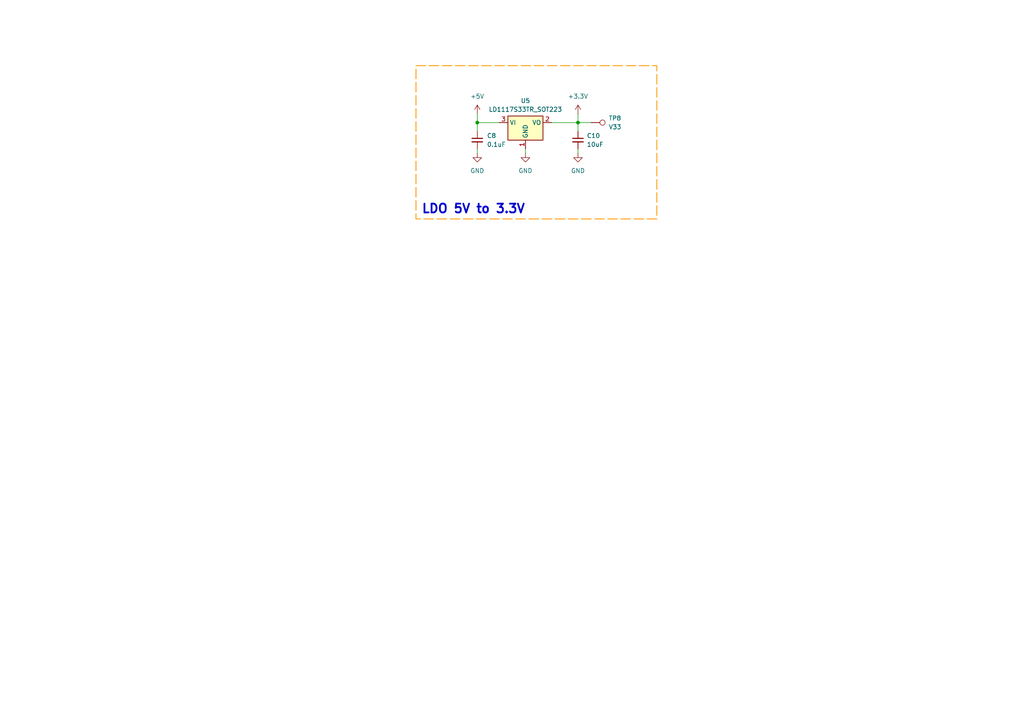
<source format=kicad_sch>
(kicad_sch (version 20250114) (generator "eeschema") (generator_version "9.0")
  (paper "A4")
  (lib_symbols
    (symbol "Connector:TestPoint" (pin_numbers (hide yes)) (pin_names (offset 0.762) (hide yes))
      (property "Reference" "TP" (at 0 6.858 0))
      (property "Value" "TestPoint" (at 0 5.08 0))
      (symbol "TestPoint_0_1"
        (circle (center 0 3.302) (radius 0.762))
      )
      (symbol "TestPoint_1_1"
        (pin passive line (at 0 0 90) (length 2.54) (name "1") (number "1"))
      )
    )
    (symbol "Device:C_Small" (pin_numbers (hide yes)) (pin_names (offset 0.254) (hide yes))
      (property "Reference" "C" (at 0.254 1.778 0))
      (property "Value" "C_Small" (at 0.254 -2.032 0))
      (symbol "C_Small_0_1"
        (polyline (pts (xy -1.524 0.508) (xy 1.524 0.508)) (stroke (width 0.3048)))
        (polyline (pts (xy -1.524 -0.508) (xy 1.524 -0.508)) (stroke (width 0.3302)))
      )
      (symbol "C_Small_1_1"
        (pin passive line (at 0 2.54 270) (length 2.032) (name "~") (number "1"))
        (pin passive line (at 0 -2.54 90) (length 2.032) (name "~") (number "2"))
      )
    )
    (symbol "Regulator_Linear:LD1117S33TR_SOT223"
      (property "Reference" "U" (at -3.81 3.175 0))
      (property "Value" "LD1117S33TR_SOT223" (at 0 3.175 0))
      (symbol "LD1117S33TR_SOT223_0_1"
        (rectangle (start -5.08 -5.08) (end 5.08 1.905) (stroke (width 0.254)) (fill (type background)))
      )
      (symbol "LD1117S33TR_SOT223_1_1"
        (pin power_in line (at -7.62 0 0) (length 2.54) (name "VI") (number "3"))
        (pin power_in line (at 0 -7.62 90) (length 2.54) (name "GND") (number "1"))
        (pin power_out line (at 7.62 0 180) (length 2.54) (name "VO") (number "2"))
      )
    )
    (symbol "power:+3.3V" (power) (pin_numbers (hide yes)) (pin_names (offset 0) (hide yes))
      (property "Value" "+3.3V" (at 0 3.556 0))
      (symbol "+3.3V_0_1"
        (polyline (pts (xy -0.762 1.27) (xy 0 2.54)))
        (polyline (pts (xy 0 2.54) (xy 0.762 1.27)))
        (polyline (pts (xy 0 0) (xy 0 2.54)))
      )
      (symbol "+3.3V_1_1"
        (pin power_in line (at 0 0 90) (length 0) (name "~") (number "1"))
      )
    )
    (symbol "power:+5V" (power) (pin_numbers (hide yes)) (pin_names (offset 0) (hide yes))
      (property "Value" "+5V" (at 0 3.556 0))
      (symbol "+5V_0_1"
        (polyline (pts (xy -0.762 1.27) (xy 0 2.54)))
        (polyline (pts (xy 0 2.54) (xy 0.762 1.27)))
        (polyline (pts (xy 0 0) (xy 0 2.54)))
      )
      (symbol "+5V_1_1"
        (pin power_in line (at 0 0 90) (length 0) (name "~") (number "1"))
      )
    )
    (symbol "power:GND" (power) (pin_numbers (hide yes)) (pin_names (offset 0) (hide yes))
      (property "Value" "GND" (at 0 -3.81 0))
      (symbol "GND_0_1"
        (polyline (pts (xy 0 0) (xy 0 -1.27) (xy 1.27 -1.27) (xy 0 -2.54) (xy -1.27 -1.27) (xy 0 -1.27)))
      )
      (symbol "GND_1_1"
        (pin power_in line (at 0 0 270) (length 0) (name "~") (number "1"))
      )
    )
  )
  (rectangle (start 120.65 19.05) (end 190.5 63.5) (stroke (width 0.254) (type dash) (color 255 153 0 1)))
  (text "LDO 5V to 3.3V" (at 122.174 60.706 0) (effects (font (size 2.54 2.54) (thickness 0.508) (bold yes)) (justify left)))
  (junction (at 138.43 35.56))
  (junction (at 167.64 35.56))
  (wire (pts (xy 167.64 43.18) (xy 167.64 44.45)))
  (wire (pts (xy 138.43 35.56) (xy 138.43 33.02)))
  (wire (pts (xy 152.4 43.18) (xy 152.4 44.45)))
  (wire (pts (xy 138.43 35.56) (xy 138.43 38.1)))
  (wire (pts (xy 167.64 33.02) (xy 167.64 35.56)))
  (wire (pts (xy 167.64 35.56) (xy 171.45 35.56)))
  (wire (pts (xy 138.43 35.56) (xy 144.78 35.56)))
  (wire (pts (xy 160.02 35.56) (xy 167.64 35.56)))
  (wire (pts (xy 167.64 35.56) (xy 167.64 38.1)))
  (wire (pts (xy 138.43 43.18) (xy 138.43 44.45)))
  (symbol (lib_id "power:GND") (at 152.4 44.45 0) (unit 1)
    (property "Reference" "#PWR030" (effects (hide yes)))
    (property "Value" "GND" (at 152.4 49.53 0))
    (property "Description" "Power symbol creates a global label with name \"GND\" , ground" (effects (hide yes)))
  )
  (symbol (lib_id "Connector:TestPoint") (at 171.45 35.56 270) (unit 1)
    (property "Reference" "TP8" (at 176.53 34.2899 90) (effects (justify left)))
    (property "Value" "V33" (at 176.53 36.8299 90) (effects (justify left)))
    (property "Footprint" "TestPoint:TestPoint_Pad_D1.0mm" (effects (hide yes)))
    (property "Description" "test point" (effects (hide yes)))
  )
  (symbol (lib_id "Device:C_Small") (at 138.43 40.64 0) (unit 1)
    (property "Reference" "C8" (at 141.224 39.37 0) (effects (justify left)))
    (property "Value" "0.1uF" (at 141.224 41.91 0) (effects (justify left)))
    (property "Footprint" "Capacitor_SMD:C_0603_1608Metric" (effects (hide yes)))
    (property "Datasheet" "https://mm.digikey.com/Volume0/opasdata/d220001/medias/docus/609/CL10B104KO8NNNC_Spec.pdf" (effects (hide yes)))
    (property "Description" "CAP CER 0.1UF 16V X7R 0603" (effects (hide yes)))
    (property "MF" "Samsung" (effects (hide yes)))
    (property "MPN" "CL10B104KO8NNNC" (effects (hide yes)))
    (property "LCSC" "C66501" (effects (hide yes)))
    (property "Mouser" "187-CL10B104KO8NNNC" (effects (hide yes)))
    (property "Digikey" "1276-1005-2-ND" (effects (hide yes)))
  )
  (symbol (lib_id "Device:C_Small") (at 167.64 40.64 0) (unit 1)
    (property "Reference" "C10" (at 170.18 39.37 0) (effects (justify left)))
    (property "Value" "10uF" (at 170.18 41.91 0) (effects (justify left)))
    (property "Footprint" "Capacitor_SMD:C_0603_1608Metric" (effects (hide yes)))
    (property "Datasheet" "https://mm.digikey.com/Volume0/opasdata/d220001/medias/docus/43/CL10A106MO8NQNC_Spec.pdf" (effects (hide yes)))
    (property "Description" "CAP CER 10UF 16V X5R 0603" (effects (hide yes)))
    (property "MF" "Samsung" (effects (hide yes)))
    (property "MPN" "CL10A106MO8NQNC" (effects (hide yes)))
    (property "LCSC" "C92487" (effects (hide yes)))
    (property "Digikey" "1276-1870-2-ND" (effects (hide yes)))
    (property "Mouser" "187-CL10A106MO8NQNC" (effects (hide yes)))
  )
  (symbol (lib_id "Regulator_Linear:LD1117S33TR_SOT223") (at 152.4 35.56 0) (unit 1)
    (property "Reference" "U5" (at 152.4 29.21 0))
    (property "Value" "LD1117S33TR_SOT223" (at 152.4 31.75 0))
    (property "Footprint" "Package_TO_SOT_SMD:SOT-223-3_TabPin2" (effects (hide yes)))
    (property "Datasheet" "http://www.st.com/st-web-ui/static/active/en/resource/technical/document/datasheet/CD00000544.pdf" (effects (hide yes)))
    (property "Description" "800mA Fixed Low Drop Positive Voltage Regulator, Fixed Output 3.3V, SOT-223" (effects (hide yes)))
    (property "LCSC_PN" "C86781" (effects (hide yes)))
    (property "MF" "STMicroeletronics" (effects (hide yes)))
    (property "MPN" "LD1117S33TR" (effects (hide yes)))
    (property "Mouser" "511-LD1117S33" (effects (hide yes)))
    (property "Digikey" "497-1242-2-ND" (effects (hide yes)))
  )
  (symbol (lib_id "power:GND") (at 167.64 44.45 0) (unit 1)
    (property "Reference" "#PWR029" (effects (hide yes)))
    (property "Value" "GND" (at 167.64 49.53 0))
    (property "Description" "Power symbol creates a global label with name \"GND\" , ground" (effects (hide yes)))
  )
  (symbol (lib_id "power:GND") (at 138.43 44.45 0) (unit 1)
    (property "Reference" "#PWR032" (effects (hide yes)))
    (property "Value" "GND" (at 138.43 49.53 0))
    (property "Description" "Power symbol creates a global label with name \"GND\" , ground" (effects (hide yes)))
  )
  (symbol (lib_id "power:+3.3V") (at 167.64 33.02 0) (unit 1)
    (property "Reference" "#PWR020" (effects (hide yes)))
    (property "Value" "+3.3V" (at 167.64 27.94 0))
    (property "Description" "Power symbol creates a global label with name \"+3.3V\"" (effects (hide yes)))
  )
  (symbol (lib_id "power:+5V") (at 138.43 33.02 0) (unit 1)
    (property "Reference" "#PWR031" (effects (hide yes)))
    (property "Value" "+5V" (at 138.43 27.94 0))
    (property "Description" "Power symbol creates a global label with name \"+5V\"" (effects (hide yes)))
  )
)
</source>
